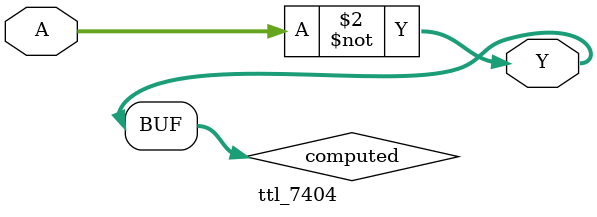
<source format=v>

module ttl_7404 #(parameter BLOCKS = 6, DELAY_RISE = 0, DELAY_FALL = 0)
(
  input [BLOCKS-1:0] A,
  output [BLOCKS-1:0] Y
);
/*verilator inline_module*/
//------------------------------------------------//
reg [BLOCKS-1:0] computed;

always @(*)
begin
  computed = ~A;
end
//------------------------------------------------//

assign Y = computed;

endmodule

</source>
